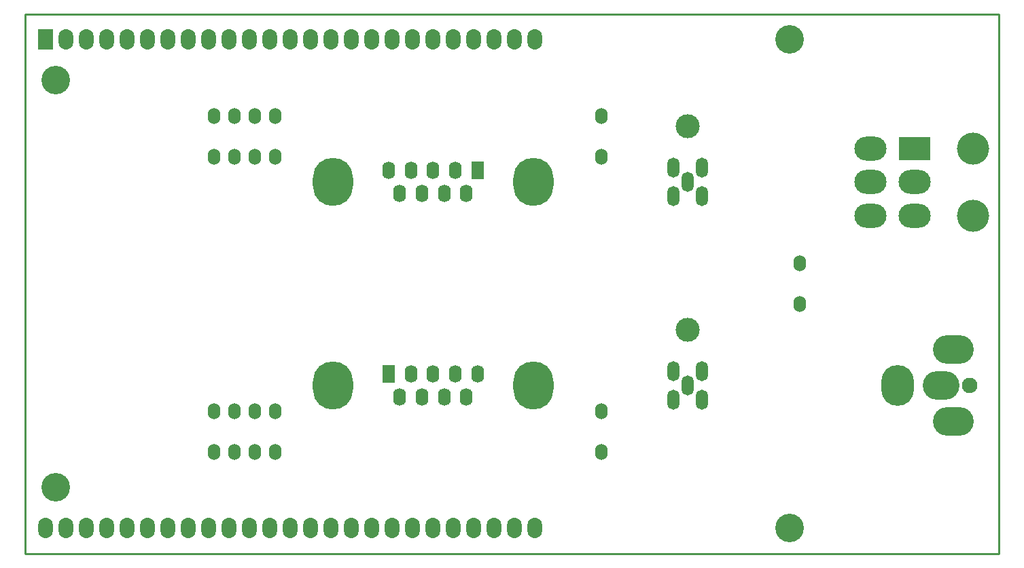
<source format=gts>
G04 #@! TF.GenerationSoftware,KiCad,Pcbnew,6.0.0-rc1-unknown-d9d0051~66~ubuntu18.04.1*
G04 #@! TF.CreationDate,2018-08-28T13:07:50-04:00*
G04 #@! TF.ProjectId,smart_vision_controller_5x3,736D6172745F766973696F6E5F636F6E,1.0*
G04 #@! TF.SameCoordinates,Original*
G04 #@! TF.FileFunction,Soldermask,Top*
G04 #@! TF.FilePolarity,Negative*
%FSLAX46Y46*%
G04 Gerber Fmt 4.6, Leading zero omitted, Abs format (unit mm)*
G04 Created by KiCad (PCBNEW 6.0.0-rc1-unknown-d9d0051~66~ubuntu18.04.1) date Tue Aug 28 13:07:50 2018*
%MOMM*%
%LPD*%
G01*
G04 APERTURE LIST*
%ADD10C,0.228600*%
%ADD11O,5.080000X3.556000*%
%ADD12O,4.064000X5.080000*%
%ADD13O,4.572000X3.556000*%
%ADD14C,1.930400*%
%ADD15O,4.000000X3.000000*%
%ADD16R,4.000000X3.000000*%
%ADD17C,4.000000*%
%ADD18O,1.854200X2.540000*%
%ADD19C,3.556000*%
%ADD20R,1.854200X2.540000*%
%ADD21O,5.000000X6.000000*%
%ADD22O,1.600000X2.200000*%
%ADD23R,1.600000X2.200000*%
%ADD24C,3.000000*%
%ADD25O,1.500000X2.500000*%
%ADD26O,1.524000X2.032000*%
G04 APERTURE END LIST*
D10*
X191135000Y-71755000D02*
X69850000Y-71755000D01*
X191135000Y-139065000D02*
X191135000Y-71755000D01*
X69850000Y-139065000D02*
X191135000Y-139065000D01*
X69850000Y-71755000D02*
X69850000Y-139065000D01*
D11*
G04 #@! TO.C,P2*
X185496200Y-122605800D03*
X185496200Y-113614200D03*
D12*
X178511200Y-118110000D03*
D13*
X183997600Y-118110000D03*
D14*
X187502800Y-118110000D03*
G04 #@! TD*
D15*
G04 #@! TO.C,P1*
X175160000Y-96910000D03*
X175160000Y-92710000D03*
X175160000Y-88510000D03*
X180660000Y-96910000D03*
X180660000Y-92710000D03*
D16*
X180660000Y-88510000D03*
D17*
X187960000Y-96910000D03*
X187960000Y-88510000D03*
G04 #@! TD*
D18*
G04 #@! TO.C,MDB1*
X133350000Y-74930000D03*
X130810000Y-74930000D03*
X128270000Y-74930000D03*
X125730000Y-74930000D03*
X123190000Y-74930000D03*
X120650000Y-74930000D03*
X118110000Y-74930000D03*
X115570000Y-74930000D03*
X113030000Y-74930000D03*
X133350000Y-135890000D03*
X130810000Y-135890000D03*
X128270000Y-135890000D03*
X125730000Y-135890000D03*
X123190000Y-135890000D03*
X120650000Y-135890000D03*
X118110000Y-135890000D03*
X115570000Y-135890000D03*
X113030000Y-135890000D03*
D19*
X165100000Y-74930000D03*
X165100000Y-135890000D03*
X73660000Y-130810000D03*
X73660000Y-80010000D03*
D18*
X72390000Y-135890000D03*
X74930000Y-135890000D03*
X77470000Y-135890000D03*
X80010000Y-135890000D03*
X82550000Y-135890000D03*
X85090000Y-135890000D03*
X87630000Y-135890000D03*
X90170000Y-135890000D03*
X92710000Y-135890000D03*
X95250000Y-135890000D03*
X97790000Y-135890000D03*
X100330000Y-135890000D03*
X102870000Y-135890000D03*
X105410000Y-135890000D03*
X107950000Y-135890000D03*
X110490000Y-135890000D03*
X110490000Y-74930000D03*
X107950000Y-74930000D03*
X105410000Y-74930000D03*
X102870000Y-74930000D03*
X100330000Y-74930000D03*
X97790000Y-74930000D03*
X95250000Y-74930000D03*
X92710000Y-74930000D03*
X90170000Y-74930000D03*
X87630000Y-74930000D03*
X85090000Y-74930000D03*
X82550000Y-74930000D03*
X80010000Y-74930000D03*
D20*
X72390000Y-74930000D03*
D18*
X77470000Y-74930000D03*
X74930000Y-74930000D03*
G04 #@! TD*
D21*
G04 #@! TO.C,J3*
X108155000Y-92710000D03*
X133142000Y-92710000D03*
D22*
X115110000Y-91290000D03*
X117880000Y-91290000D03*
X120650000Y-91290000D03*
X123420000Y-91290000D03*
D23*
X126190000Y-91290000D03*
D22*
X116495000Y-94130000D03*
X119265000Y-94130000D03*
X122035000Y-94130000D03*
X124805000Y-94130000D03*
G04 #@! TD*
D21*
G04 #@! TO.C,J4*
X108155000Y-118110000D03*
X133142000Y-118110000D03*
D23*
X115110000Y-116690000D03*
D22*
X117880000Y-116690000D03*
X120650000Y-116690000D03*
X123420000Y-116690000D03*
X126190000Y-116690000D03*
X116495000Y-119530000D03*
X119265000Y-119530000D03*
X122035000Y-119530000D03*
X124805000Y-119530000D03*
G04 #@! TD*
D24*
G04 #@! TO.C,J1*
X152400000Y-85710000D03*
D25*
X150632200Y-94477800D03*
X154167800Y-94477800D03*
X154167800Y-90942200D03*
X150632200Y-90942200D03*
X152400000Y-92710000D03*
G04 #@! TD*
D24*
G04 #@! TO.C,J2*
X152400000Y-111110000D03*
D25*
X150632200Y-119877800D03*
X154167800Y-119877800D03*
X154167800Y-116342200D03*
X150632200Y-116342200D03*
X152400000Y-118110000D03*
G04 #@! TD*
D26*
G04 #@! TO.C,L1*
X166370000Y-102870000D03*
X166370000Y-107950000D03*
G04 #@! TD*
G04 #@! TO.C,L2*
X93345000Y-89535000D03*
X93345000Y-84455000D03*
G04 #@! TD*
G04 #@! TO.C,L3*
X95885000Y-84455000D03*
X95885000Y-89535000D03*
G04 #@! TD*
G04 #@! TO.C,L4*
X98425000Y-89535000D03*
X98425000Y-84455000D03*
G04 #@! TD*
G04 #@! TO.C,L5*
X100965000Y-84455000D03*
X100965000Y-89535000D03*
G04 #@! TD*
G04 #@! TO.C,L6*
X93345000Y-126365000D03*
X93345000Y-121285000D03*
G04 #@! TD*
G04 #@! TO.C,L7*
X95885000Y-126365000D03*
X95885000Y-121285000D03*
G04 #@! TD*
G04 #@! TO.C,L8*
X98425000Y-121285000D03*
X98425000Y-126365000D03*
G04 #@! TD*
G04 #@! TO.C,L9*
X100965000Y-121285000D03*
X100965000Y-126365000D03*
G04 #@! TD*
G04 #@! TO.C,L10*
X141605000Y-84455000D03*
X141605000Y-89535000D03*
G04 #@! TD*
G04 #@! TO.C,L11*
X141605000Y-126365000D03*
X141605000Y-121285000D03*
G04 #@! TD*
M02*

</source>
